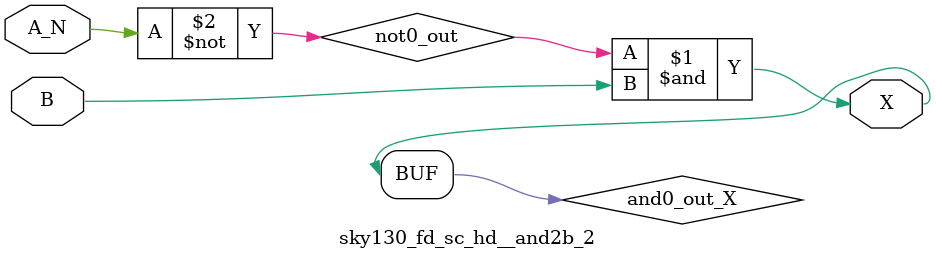
<source format=v>
/*
 * Copyright 2020 The SkyWater PDK Authors
 *
 * Licensed under the Apache License, Version 2.0 (the "License");
 * you may not use this file except in compliance with the License.
 * You may obtain a copy of the License at
 *
 *     https://www.apache.org/licenses/LICENSE-2.0
 *
 * Unless required by applicable law or agreed to in writing, software
 * distributed under the License is distributed on an "AS IS" BASIS,
 * WITHOUT WARRANTIES OR CONDITIONS OF ANY KIND, either express or implied.
 * See the License for the specific language governing permissions and
 * limitations under the License.
 *
 * SPDX-License-Identifier: Apache-2.0
*/


`ifndef SKY130_FD_SC_HD__AND2B_2_FUNCTIONAL_V
`define SKY130_FD_SC_HD__AND2B_2_FUNCTIONAL_V

/**
 * and2b: 2-input AND, first input inverted.
 *
 * Verilog simulation functional model.
 */

`timescale 1ns / 1ps
`default_nettype none

`celldefine
module sky130_fd_sc_hd__and2b_2 (
    X  ,
    A_N,
    B
);

    // Module ports
    output X  ;
    input  A_N;
    input  B  ;

    // Local signals
    wire not0_out  ;
    wire and0_out_X;

    //  Name  Output      Other arguments
    not not0 (not0_out  , A_N            );
    and and0 (and0_out_X, not0_out, B    );
    buf buf0 (X         , and0_out_X     );

endmodule
`endcelldefine

`default_nettype wire
`endif  // SKY130_FD_SC_HD__AND2B_2_FUNCTIONAL_V

</source>
